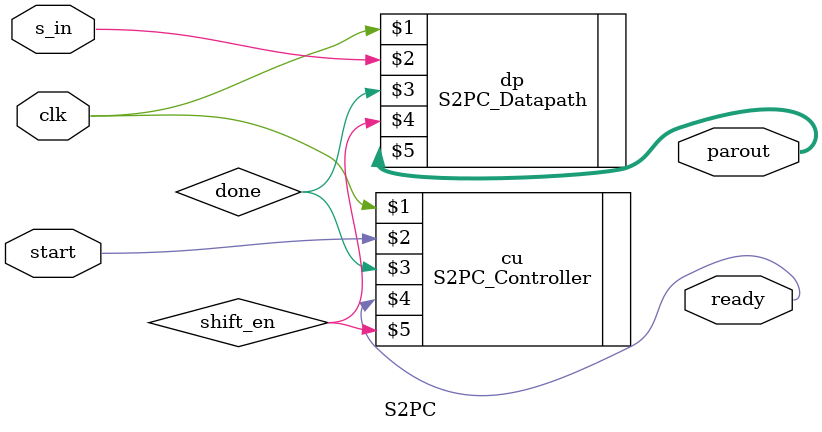
<source format=v>


`timescale 1ns/100ps

module S2PC (input clk, start, s_in,
             output [8:0] parout, output ready);
             

  // Use wires to store all outputs from the Controller:
  
  wire done, shift_en;
  
  // Instantiate the Datapath:
  
  S2PC_Datapath   dp (clk, s_in, done, shift_en, parout);
  
  S2PC_Controller cu (clk, start, done, ready, shift_en);
  
endmodule
</source>
